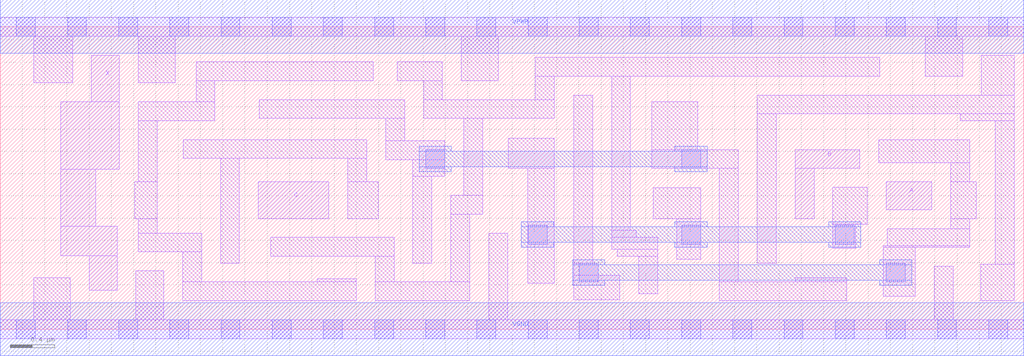
<source format=lef>
# Copyright 2020 The SkyWater PDK Authors
#
# Licensed under the Apache License, Version 2.0 (the "License");
# you may not use this file except in compliance with the License.
# You may obtain a copy of the License at
#
#     https://www.apache.org/licenses/LICENSE-2.0
#
# Unless required by applicable law or agreed to in writing, software
# distributed under the License is distributed on an "AS IS" BASIS,
# WITHOUT WARRANTIES OR CONDITIONS OF ANY KIND, either express or implied.
# See the License for the specific language governing permissions and
# limitations under the License.
#
# SPDX-License-Identifier: Apache-2.0

VERSION 5.7 ;
  NAMESCASESENSITIVE ON ;
  NOWIREEXTENSIONATPIN ON ;
  DIVIDERCHAR "/" ;
  BUSBITCHARS "[]" ;
UNITS
  DATABASE MICRONS 200 ;
END UNITS
MACRO sky130_fd_sc_hd__xor3_2
  CLASS CORE ;
  FOREIGN sky130_fd_sc_hd__xor3_2 ;
  ORIGIN  0.000000  0.000000 ;
  SIZE  9.200000 BY  2.720000 ;
  SYMMETRY X Y R90 ;
  SITE unithd ;
  PIN A
    ANTENNAGATEAREA  0.246000 ;
    DIRECTION INPUT ;
    USE SIGNAL ;
    PORT
      LAYER li1 ;
        RECT 7.965000 1.075000 8.375000 1.325000 ;
    END
  END A
  PIN B
    ANTENNAGATEAREA  0.661500 ;
    DIRECTION INPUT ;
    USE SIGNAL ;
    PORT
      LAYER li1 ;
        RECT 7.145000 0.995000 7.315000 1.445000 ;
        RECT 7.145000 1.445000 7.725000 1.615000 ;
    END
  END B
  PIN C
    ANTENNAGATEAREA  0.381000 ;
    DIRECTION INPUT ;
    USE SIGNAL ;
    PORT
      LAYER li1 ;
        RECT 2.320000 0.995000 2.955000 1.325000 ;
    END
  END C
  PIN X
    ANTENNADIFFAREA  0.445500 ;
    DIRECTION OUTPUT ;
    USE SIGNAL ;
    PORT
      LAYER li1 ;
        RECT 0.545000 0.660000 1.050000 0.925000 ;
        RECT 0.545000 0.925000 0.860000 1.440000 ;
        RECT 0.545000 1.440000 1.070000 2.045000 ;
        RECT 0.800000 0.350000 1.050000 0.660000 ;
        RECT 0.820000 2.045000 1.070000 2.465000 ;
    END
  END X
  PIN VGND
    DIRECTION INOUT ;
    SHAPE ABUTMENT ;
    USE GROUND ;
    PORT
      LAYER met1 ;
        RECT 0.000000 -0.240000 9.200000 0.240000 ;
    END
  END VGND
  PIN VPWR
    DIRECTION INOUT ;
    SHAPE ABUTMENT ;
    USE POWER ;
    PORT
      LAYER met1 ;
        RECT 0.000000 2.480000 9.200000 2.960000 ;
    END
  END VPWR
  OBS
    LAYER li1 ;
      RECT 0.000000 -0.085000 9.200000 0.085000 ;
      RECT 0.000000  2.635000 9.200000 2.805000 ;
      RECT 0.300000  0.085000 0.630000 0.465000 ;
      RECT 0.300000  2.215000 0.650000 2.635000 ;
      RECT 1.210000  0.995000 1.410000 1.325000 ;
      RECT 1.220000  0.085000 1.470000 0.525000 ;
      RECT 1.240000  0.695000 1.810000 0.865000 ;
      RECT 1.240000  0.865000 1.410000 0.995000 ;
      RECT 1.240000  1.325000 1.410000 1.875000 ;
      RECT 1.240000  1.875000 1.930000 2.045000 ;
      RECT 1.240000  2.215000 1.575000 2.635000 ;
      RECT 1.640000  0.255000 3.200000 0.425000 ;
      RECT 1.640000  0.425000 1.810000 0.695000 ;
      RECT 1.645000  1.535000 3.295000 1.705000 ;
      RECT 1.760000  2.045000 1.930000 2.235000 ;
      RECT 1.760000  2.235000 3.355000 2.405000 ;
      RECT 1.980000  0.595000 2.150000 1.535000 ;
      RECT 2.330000  1.895000 3.635000 2.065000 ;
      RECT 2.430000  0.655000 3.540000 0.825000 ;
      RECT 2.850000  0.425000 3.200000 0.455000 ;
      RECT 3.125000  0.995000 3.400000 1.325000 ;
      RECT 3.125000  1.325000 3.295000 1.535000 ;
      RECT 3.370000  0.255000 4.220000 0.425000 ;
      RECT 3.370000  0.425000 3.540000 0.655000 ;
      RECT 3.465000  1.525000 3.995000 1.695000 ;
      RECT 3.465000  1.695000 3.635000 1.895000 ;
      RECT 3.570000  2.235000 3.975000 2.405000 ;
      RECT 3.710000  0.595000 3.880000 1.375000 ;
      RECT 3.710000  1.375000 3.995000 1.525000 ;
      RECT 3.805000  1.895000 4.980000 2.065000 ;
      RECT 3.805000  2.065000 3.975000 2.235000 ;
      RECT 4.050000  0.425000 4.220000 1.035000 ;
      RECT 4.050000  1.035000 4.335000 1.205000 ;
      RECT 4.145000  2.235000 4.475000 2.635000 ;
      RECT 4.165000  1.205000 4.335000 1.895000 ;
      RECT 4.390000  0.085000 4.560000 0.865000 ;
      RECT 4.565000  1.445000 4.980000 1.715000 ;
      RECT 4.740000  0.415000 4.980000 1.445000 ;
      RECT 4.810000  2.065000 4.980000 2.275000 ;
      RECT 4.810000  2.275000 7.905000 2.445000 ;
      RECT 5.155000  0.265000 5.570000 0.485000 ;
      RECT 5.155000  0.485000 5.375000 0.595000 ;
      RECT 5.155000  0.595000 5.325000 2.105000 ;
      RECT 5.495000  0.720000 5.910000 0.825000 ;
      RECT 5.495000  0.825000 5.715000 0.890000 ;
      RECT 5.495000  0.890000 5.665000 2.275000 ;
      RECT 5.545000  0.655000 5.910000 0.720000 ;
      RECT 5.740000  0.320000 5.910000 0.655000 ;
      RECT 5.855000  1.445000 6.635000 1.615000 ;
      RECT 5.855000  1.615000 6.270000 2.045000 ;
      RECT 5.870000  0.995000 6.295000 1.270000 ;
      RECT 6.080000  0.630000 6.295000 0.995000 ;
      RECT 6.465000  0.255000 7.610000 0.425000 ;
      RECT 6.465000  0.425000 6.635000 1.445000 ;
      RECT 6.805000  0.595000 6.975000 1.935000 ;
      RECT 6.805000  1.935000 9.115000 2.105000 ;
      RECT 7.145000  0.425000 7.610000 0.465000 ;
      RECT 7.485000  0.730000 7.690000 0.945000 ;
      RECT 7.485000  0.945000 7.795000 1.275000 ;
      RECT 7.895000  1.495000 8.715000 1.705000 ;
      RECT 7.935000  0.295000 8.225000 0.735000 ;
      RECT 7.935000  0.735000 8.715000 0.750000 ;
      RECT 7.975000  0.750000 8.715000 0.905000 ;
      RECT 8.315000  2.275000 8.650000 2.635000 ;
      RECT 8.395000  0.085000 8.565000 0.565000 ;
      RECT 8.545000  0.905000 8.715000 0.995000 ;
      RECT 8.545000  0.995000 8.775000 1.325000 ;
      RECT 8.545000  1.325000 8.715000 1.495000 ;
      RECT 8.630000  1.875000 9.115000 1.935000 ;
      RECT 8.815000  0.255000 9.115000 0.585000 ;
      RECT 8.820000  2.105000 9.115000 2.465000 ;
      RECT 8.945000  0.585000 9.115000 1.875000 ;
    LAYER mcon ;
      RECT 0.145000 -0.085000 0.315000 0.085000 ;
      RECT 0.145000  2.635000 0.315000 2.805000 ;
      RECT 0.605000 -0.085000 0.775000 0.085000 ;
      RECT 0.605000  2.635000 0.775000 2.805000 ;
      RECT 1.065000 -0.085000 1.235000 0.085000 ;
      RECT 1.065000  2.635000 1.235000 2.805000 ;
      RECT 1.525000 -0.085000 1.695000 0.085000 ;
      RECT 1.525000  2.635000 1.695000 2.805000 ;
      RECT 1.985000 -0.085000 2.155000 0.085000 ;
      RECT 1.985000  2.635000 2.155000 2.805000 ;
      RECT 2.445000 -0.085000 2.615000 0.085000 ;
      RECT 2.445000  2.635000 2.615000 2.805000 ;
      RECT 2.905000 -0.085000 3.075000 0.085000 ;
      RECT 2.905000  2.635000 3.075000 2.805000 ;
      RECT 3.365000 -0.085000 3.535000 0.085000 ;
      RECT 3.365000  2.635000 3.535000 2.805000 ;
      RECT 3.825000 -0.085000 3.995000 0.085000 ;
      RECT 3.825000  1.445000 3.995000 1.615000 ;
      RECT 3.825000  2.635000 3.995000 2.805000 ;
      RECT 4.285000 -0.085000 4.455000 0.085000 ;
      RECT 4.285000  2.635000 4.455000 2.805000 ;
      RECT 4.745000 -0.085000 4.915000 0.085000 ;
      RECT 4.745000  0.765000 4.915000 0.935000 ;
      RECT 4.745000  2.635000 4.915000 2.805000 ;
      RECT 5.205000 -0.085000 5.375000 0.085000 ;
      RECT 5.205000  0.425000 5.375000 0.595000 ;
      RECT 5.205000  2.635000 5.375000 2.805000 ;
      RECT 5.665000 -0.085000 5.835000 0.085000 ;
      RECT 5.665000  2.635000 5.835000 2.805000 ;
      RECT 6.125000 -0.085000 6.295000 0.085000 ;
      RECT 6.125000  0.765000 6.295000 0.935000 ;
      RECT 6.125000  1.445000 6.295000 1.615000 ;
      RECT 6.125000  2.635000 6.295000 2.805000 ;
      RECT 6.585000 -0.085000 6.755000 0.085000 ;
      RECT 6.585000  2.635000 6.755000 2.805000 ;
      RECT 7.045000 -0.085000 7.215000 0.085000 ;
      RECT 7.045000  2.635000 7.215000 2.805000 ;
      RECT 7.505000 -0.085000 7.675000 0.085000 ;
      RECT 7.505000  0.765000 7.675000 0.935000 ;
      RECT 7.505000  2.635000 7.675000 2.805000 ;
      RECT 7.965000 -0.085000 8.135000 0.085000 ;
      RECT 7.965000  0.425000 8.135000 0.595000 ;
      RECT 7.965000  2.635000 8.135000 2.805000 ;
      RECT 8.425000 -0.085000 8.595000 0.085000 ;
      RECT 8.425000  2.635000 8.595000 2.805000 ;
      RECT 8.885000 -0.085000 9.055000 0.085000 ;
      RECT 8.885000  2.635000 9.055000 2.805000 ;
    LAYER met1 ;
      RECT 3.765000 1.415000 4.055000 1.460000 ;
      RECT 3.765000 1.460000 6.355000 1.600000 ;
      RECT 3.765000 1.600000 4.055000 1.645000 ;
      RECT 4.685000 0.735000 4.975000 0.780000 ;
      RECT 4.685000 0.780000 7.735000 0.920000 ;
      RECT 4.685000 0.920000 4.975000 0.965000 ;
      RECT 5.145000 0.395000 5.435000 0.440000 ;
      RECT 5.145000 0.440000 8.195000 0.580000 ;
      RECT 5.145000 0.580000 5.435000 0.625000 ;
      RECT 6.065000 0.735000 6.355000 0.780000 ;
      RECT 6.065000 0.920000 6.355000 0.965000 ;
      RECT 6.065000 1.415000 6.355000 1.460000 ;
      RECT 6.065000 1.600000 6.355000 1.645000 ;
      RECT 7.445000 0.735000 7.735000 0.780000 ;
      RECT 7.445000 0.920000 7.735000 0.965000 ;
      RECT 7.905000 0.395000 8.195000 0.440000 ;
      RECT 7.905000 0.580000 8.195000 0.625000 ;
  END
END sky130_fd_sc_hd__xor3_2
END LIBRARY

</source>
